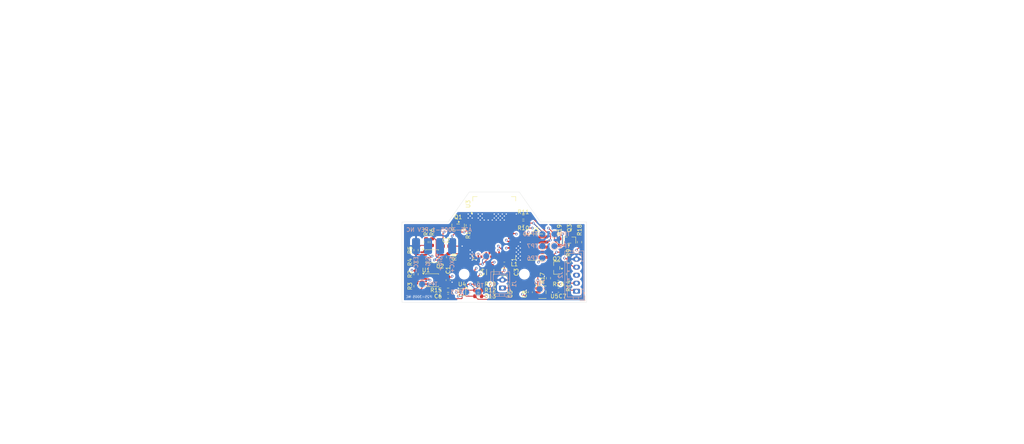
<source format=kicad_pcb>
(kicad_pcb
	(version 20241229)
	(generator "pcbnew")
	(generator_version "9.0")
	(general
		(thickness 1.6472)
		(legacy_teardrops no)
	)
	(paper "A4")
	(title_block
		(rev "${REVISION}")
		(company "${COMPANY}")
	)
	(layers
		(0 "F.Cu" signal)
		(4 "In1.Cu" signal)
		(6 "In2.Cu" power)
		(2 "B.Cu" power)
		(9 "F.Adhes" user "F.Adhesive")
		(11 "B.Adhes" user "B.Adhesive")
		(13 "F.Paste" user)
		(15 "B.Paste" user)
		(5 "F.SilkS" user "F.Silkscreen")
		(7 "B.SilkS" user "B.Silkscreen")
		(1 "F.Mask" user)
		(3 "B.Mask" user)
		(17 "Dwgs.User" user "Dwg.TitlePage")
		(19 "Cmts.User" user "User.Comments")
		(21 "Eco1.User" user "F.DNP")
		(23 "Eco2.User" user "B.DNP")
		(25 "Edge.Cuts" user)
		(27 "Margin" user)
		(31 "F.CrtYd" user "F.Courtyard")
		(29 "B.CrtYd" user "B.Courtyard")
		(35 "F.Fab" user)
		(33 "B.Fab" user)
		(39 "User.1" user "Dwg.DrillMap")
		(41 "User.2" front "F.TestPoint")
		(43 "User.3" back "B.TestPoint")
		(45 "User.4" front "F.AssemblyText")
		(47 "User.5" back "B.AssemblyText")
		(49 "User.6" front "F.Dimensions")
		(51 "User.7" back "B.Dimensions")
		(53 "User.8" front "F.TestPointList")
		(55 "User.9" back "B.TestPointList")
	)
	(setup
		(stackup
			(layer "F.SilkS"
				(type "Top Silk Screen")
				(color "White")
			)
			(layer "F.Paste"
				(type "Top Solder Paste")
			)
			(layer "F.Mask"
				(type "Top Solder Mask")
				(color "Green")
				(thickness 0.0305)
			)
			(layer "F.Cu"
				(type "copper")
				(thickness 0.035)
			)
			(layer "dielectric 1"
				(type "prepreg")
				(color "FR4 natural")
				(thickness 0.2104)
				(material "FR4")
				(epsilon_r 4.4)
				(loss_tangent 0.02)
			)
			(layer "In1.Cu"
				(type "copper")
				(thickness 0.0152)
			)
			(layer "dielectric 2"
				(type "core")
				(color "FR4 natural")
				(thickness 1.065)
				(material "FR4")
				(epsilon_r 4.6)
				(loss_tangent 0.02)
			)
			(layer "In2.Cu"
				(type "copper")
				(thickness 0.0152)
			)
			(layer "dielectric 3"
				(type "prepreg")
				(color "FR4 natural")
				(thickness 0.2104)
				(material "FR4")
				(epsilon_r 4.4)
				(loss_tangent 0.02)
			)
			(layer "B.Cu"
				(type "copper")
				(thickness 0.035)
			)
			(layer "B.Mask"
				(type "Bottom Solder Mask")
				(color "Green")
				(thickness 0.0305)
			)
			(layer "B.Paste"
				(type "Bottom Solder Paste")
			)
			(layer "B.SilkS"
				(type "Bottom Silk Screen")
				(color "White")
			)
			(copper_finish "HAL SnPb")
			(dielectric_constraints no)
		)
		(pad_to_mask_clearance 0)
		(allow_soldermask_bridges_in_footprints no)
		(tenting front back)
		(aux_axis_origin 125 100)
		(pcbplotparams
			(layerselection 0x00000000_00000000_55555555_5755f5ff)
			(plot_on_all_layers_selection 0x00000000_00000000_00000000_00000000)
			(disableapertmacros no)
			(usegerberextensions no)
			(usegerberattributes yes)
			(usegerberadvancedattributes yes)
			(creategerberjobfile yes)
			(dashed_line_dash_ratio 12.000000)
			(dashed_line_gap_ratio 3.000000)
			(svgprecision 4)
			(plotframeref no)
			(mode 1)
			(useauxorigin no)
			(hpglpennumber 1)
			(hpglpenspeed 20)
			(hpglpendiameter 15.000000)
			(pdf_front_fp_property_popups yes)
			(pdf_back_fp_property_popups yes)
			(pdf_metadata yes)
			(pdf_single_document no)
			(dxfpolygonmode yes)
			(dxfimperialunits yes)
			(dxfusepcbnewfont yes)
			(psnegative no)
			(psa4output no)
			(plot_black_and_white yes)
			(sketchpadsonfab no)
			(plotpadnumbers no)
			(hidednponfab no)
			(sketchdnponfab yes)
			(crossoutdnponfab yes)
			(subtractmaskfromsilk no)
			(outputformat 1)
			(mirror no)
			(drillshape 1)
			(scaleselection 1)
			(outputdirectory "")
		)
	)
	(property "ASSEMBLY_NAME" "Assembly Name")
	(property "ASSEMBLY_NOTES" "")
	(property "ASSEMBLY_NUMBER" "A99-9000")
	(property "ASSEMBLY_SCALE" "1")
	(property "COMPANY" "Asymworks, LLC")
	(property "DESIGNER" "JPK")
	(property "DWG_NUMBER_PCB" "P99-9000")
	(property "DWG_NUMBER_SCH" "S99-9000")
	(property "DWG_TITLE_ASSY" "PCB Assembly, Assembly Name")
	(property "DWG_TITLE_PCB" "PCB, Assembly Name")
	(property "DWG_TITLE_SCH" "Schematic, Assembly Name")
	(property "FABRICATION_NOTES" "FABRICATION NOTES (UNLESS OTHERWISE SPECIFIED)\n\n1)	FABRICATE PER IPC-6012A CLASS 2.\n\n2)	OUTLINE DEFINED IN SEPARATE GERBER FILE WITH\n	\"Edge_Cuts.GBR\" SUFFIX.\n\n3)	SEE SEPARATE DRILL FILES WITH \".DRL\" SUFFIX \n	FOR HOLE LOCATIONS.\n\n	SELECTED HOLE LOCATIONS SHOWN ON THIS DRAWING \n	FOR REFERENCE ONLY.\n\n4)	SURFACE FINISH: HAL SNPB\n\n5)	SOLDERMASK ON BOTH SIDES OF THE BOARD SHALL \n	BE LPI, COLOR GREEN.\n\n6)	SILK SCREEN LEGEND TO BE APPLIED PER LAYER \n	STACKUP USING WHITE NON-CONDUCTIVE EPOXY INK.\n\n7)	ALL VIAS ARE TENTED ON BOTH SIDES UNLESS \n	SOLDERMASK OPENED IN GERBER.\n\n8)	RESERVED\n\n9)	PCB MATERIAL REQUIREMENTS:\n\n	A.	FLAMMABILITY RATING MUST MEET OR EXCEED \n		UL94V-0 REQUIREMENTS.\n	B.	Tg 135 C OR EQUIVALENT.\n\n10)	DESIGN GEOMETRY MINIMUM FEATURE SIZES:\n\n	BOARD SIZE				46.000 × 27.500 mm\n	BOARD THICKNESS		1.647 mm\n	TRACE WIDTH			0.100 mm\n	TRACE TO TRACE		0.200 mm\n	MIN. HOLE (PTH)			0.300 mm\n	MIN. HOLE (NPTH)		2.200 mm\n	ANNULAR RING			0.150 mm\n	COPPER TO HOLE		0.250 mm\n	COPPER TO EDGE		0.500 mm\n	HOLE TO HOLE			0.250 mm")
	(property "GIT_HASH" "b10df21")
	(property "GIT_HASH_PCB" "84292df")
	(property "GIT_HASH_SCH" "1961f87")
	(property "GIT_URL" "/jkrauss/Test_4")
	(property "PROJECT_CODE" "P99")
	(property "RELEASE_DATE" "2026-03-04")
	(property "RELEASE_STATE" "WORKING")
	(property "REVISION" "NO_TAG+ (Unreleased)")
	(property "SCALE" "2:1")
	(property "SHEET_NAME_01" "Cover Page")
	(property "SHEET_NAME_02" "Block Diagram")
	(property "SHEET_NAME_03" "Project Architecture")
	(property "SHEET_NAME_04" "Load Cell Amp")
	(property "SHEET_NAME_05" "BLE Controller")
	(property "SHEET_NAME_06" "Power and Interface")
	(property "SHEET_NAME_07" "Parts List")
	(property "SHEET_NAME_08" "......................................")
	(property "SHEET_NAME_09" "......................................")
	(property "SHEET_NAME_10" "......................................")
	(property "SHEET_NAME_11" "......................................")
	(property "SHEET_NAME_12" "......................................")
	(property "SHEET_NAME_13" "......................................")
	(property "SHEET_NAME_14" "......................................")
	(property "SHEET_NAME_15" "......................................")
	(property "SHEET_NAME_16" "......................................")
	(property "SHEET_NAME_17" "......................................")
	(property "SHEET_NAME_18" "......................................")
	(property "SHEET_NAME_19" "......................................")
	(property "SHEET_NAME_20" "......................................")
	(property "STATE" "TEMPLATE")
	(property "VARIANT" "")
	(net 0 "")
	(net 1 "GND")
	(net 2 "+3.3V")
	(net 3 "VDD")
	(net 4 "Net-(J1-Pin_1)")
	(net 5 "Net-(U4-VDD)")
	(net 6 "VBUS")
	(net 7 "/Project Architecture/Power and Interface/CHARGE_LED_IO")
	(net 8 "/Project Architecture/Power and Interface/PAIR_LED_IO")
	(net 9 "/Project Architecture/BLE Controller/~{PAIR_SW}")
	(net 10 "/Project Architecture/Power and Interface/SWDIO")
	(net 11 "unconnected-(J3-SWO{slash}TDO-Pad6)")
	(net 12 "/Project Architecture/Power and Interface/SWDCLK")
	(net 13 "/Project Architecture/Power and Interface/~{RESET}")
	(net 14 "unconnected-(J3-NC{slash}TDI-Pad8)")
	(net 15 "unconnected-(J3-KEY-Pad7)")
	(net 16 "Net-(U3-DCCH)")
	(net 17 "/Project Architecture/BLE Controller/~{LOAD_CELL_EN}")
	(net 18 "/Project Architecture/Load Cell Amp/EXC+")
	(net 19 "Net-(Q2-S)")
	(net 20 "/Project Architecture/Power and Interface/STAT")
	(net 21 "Net-(Q3-S)")
	(net 22 "/Project Architecture/BLE Controller/~{PAIR_LED}")
	(net 23 "Net-(U1A-+)")
	(net 24 "Net-(U1A--)")
	(net 25 "Net-(U2A--)")
	(net 26 "Net-(R5-Pad1)")
	(net 27 "Net-(U2B--)")
	(net 28 "/Project Architecture/BLE Controller/LOAD_CELL")
	(net 29 "Net-(U3-SWDIO)")
	(net 30 "Net-(U3-SWDCLK)")
	(net 31 "/Project Architecture/BLE Controller/SDA")
	(net 32 "/Project Architecture/BLE Controller/SCL")
	(net 33 "Net-(U4-BIN)")
	(net 34 "Net-(U5-PROG)")
	(net 35 "/Project Architecture/BLE Controller/~{BATT_INT}")
	(net 36 "Net-(U1B--)")
	(net 37 "/Project Architecture/Load Cell Amp/SIG-")
	(net 38 "/Project Architecture/Load Cell Amp/SIG+")
	(net 39 "unconnected-(U3-P0.01-Pad18)")
	(net 40 "unconnected-(U3-D--Pad34)")
	(net 41 "unconnected-(U3-P0.08-Pad24)")
	(net 42 "unconnected-(U3-P1.15-Pad8)")
	(net 43 "unconnected-(U3-P0.10-Pad54)")
	(net 44 "unconnected-(U3-P0.28-Pad13)")
	(net 45 "unconnected-(U3-P0.16-Pad38)")
	(net 46 "unconnected-(U3-P1.00-Pad47)")
	(net 47 "unconnected-(U3-P1.03-Pad60)")
	(net 48 "unconnected-(U3-P1.06-Pad57)")
	(net 49 "unconnected-(U3-P0.23-Pad45)")
	(net 50 "unconnected-(U3-P0.02-Pad11)")
	(net 51 "unconnected-(U3-P0.26-Pad19)")
	(net 52 "unconnected-(U3-P1.12-Pad5)")
	(net 53 "unconnected-(U3-P0.17-Pad41)")
	(net 54 "unconnected-(U3-P1.09-Pad26)")
	(net 55 "unconnected-(U3-P0.13-Pad37)")
	(net 56 "unconnected-(U3-P0.00-Pad17)")
	(net 57 "unconnected-(U3-P1.10-Pad3)")
	(net 58 "unconnected-(U3-P0.06-Pad22)")
	(net 59 "unconnected-(U3-P0.15-Pad39)")
	(net 60 "unconnected-(U3-P0.05-Pad21)")
	(net 61 "unconnected-(U3-P0.22-Pad46)")
	(net 62 "unconnected-(U3-P1.07-Pad58)")
	(net 63 "unconnected-(U3-P1.04-Pad56)")
	(net 64 "unconnected-(U3-D+-Pad35)")
	(net 65 "unconnected-(U3-P0.19-Pad42)")
	(net 66 "unconnected-(U3-VBUS-Pad32)")
	(net 67 "unconnected-(U3-P1.08-Pad25)")
	(net 68 "unconnected-(U3-P0.07-Pad23)")
	(net 69 "unconnected-(U3-P1.05-Pad59)")
	(net 70 "unconnected-(U3-P0.09-Pad52)")
	(net 71 "unconnected-(U3-P1.13-Pad6)")
	(net 72 "unconnected-(U3-P0.29-Pad10)")
	(net 73 "unconnected-(U3-P1.14-Pad7)")
	(net 74 "unconnected-(U3-P0.21-Pad43)")
	(net 75 "unconnected-(U3-P0.25-Pad49)")
	(net 76 "unconnected-(U3-P0.24-Pad48)")
	(net 77 "unconnected-(U3-P0.03-Pad9)")
	(net 78 "unconnected-(U3-P0.31-Pad12)")
	(net 79 "unconnected-(U3-P0.30-Pad14)")
	(net 80 "unconnected-(U3-P1.01-Pad61)")
	(footprint "Capacitor_SMD:C_0603_1608Metric" (layer "F.Cu") (at 136 86))
	(footprint "Resistor_SMD:R_0603_1608Metric" (layer "F.Cu") (at 166.5 90 -90))
	(footprint "Resistor_SMD:R_0603_1608Metric" (layer "F.Cu") (at 155.25 78.75 180))
	(footprint "Resistor_SMD:R_0603_1608Metric" (layer "F.Cu") (at 132.5 85 -90))
	(footprint "Resistor_SMD:R_0603_1608Metric" (layer "F.Cu") (at 144 98.5 180))
	(footprint "Resistor_SMD:R_0603_1608Metric" (layer "F.Cu") (at 169.25 85 -90))
	(footprint "Resistor_SMD:R_0603_1608Metric" (layer "F.Cu") (at 128.5 87 -90))
	(footprint "Capacitor_SMD:C_0603_1608Metric" (layer "F.Cu") (at 157 97.5 90))
	(footprint "MountingHole:MountingHole_2.2mm_M2_ISO7380" (layer "F.Cu") (at 140.5 93))
	(footprint "Package_BGA:Texas_DSBGA-9_1.62x1.58mm_Layout3x3_P0.5mm" (layer "F.Cu") (at 140 97.5 -90))
	(footprint "Resistor_SMD:R_0603_1608Metric" (layer "F.Cu") (at 128.5 93 90))
	(footprint "Resistor_SMD:R_0603_1608Metric" (layer "F.Cu") (at 164.25 85 -90))
	(footprint "RF_Module:Raytac_MDBT50Q" (layer "F.Cu") (at 148 81.5))
	(footprint "Resistor_SMD:R_0603_1608Metric" (layer "F.Cu") (at 161.5 94 90))
	(footprint "Resistor_SMD:R_0603_1608Metric" (layer "F.Cu") (at 128.5 96 90))
	(footprint "Resistor_SMD:R_0603_1608Metric" (layer "F.Cu") (at 144 95.5 180))
	(footprint "Package_TO_SOT_SMD:SOT-23-5" (layer "F.Cu") (at 160 97.5))
	(footprint "Resistor_SMD:R_0603_1608Metric" (layer "F.Cu") (at 144 97 180))
	(footprint "Capacitor_SMD:C_0603_1608Metric" (layer "F.Cu") (at 152 95.5 90))
	(footprint "Inductor_SMD:L_0603_1608Metric" (layer "F.Cu") (at 150.5 90.5))
	(footprint "Capacitor_SMD:C_1206_3216Metric" (layer "F.Cu") (at 147 92.5 -90))
	(footprint "MountingHole:MountingHole_2.2mm_M2_ISO7380" (layer "F.Cu") (at 155.5 93))
	(footprint "Resistor_SMD:R_0603_1608Metric" (layer "F.Cu") (at 136.6125 88.725 -90))
	(footprint "Package_TO_SOT_SMD:SOT-23" (layer "F.Cu") (at 163.5625 91.45 180))
	(footprint "Capacitor_SMD:C_0603_1608Metric" (layer "F.Cu") (at 136.5 98.5 180))
	(footprint "Capacitor_SMD:C_1206_3216Metric" (layer "F.Cu") (at 150.5 92.5))
	(footprint "Package_TO_SOT_SMD:SOT-23" (layer "F.Cu") (at 139 81.25 -90))
	(footprint "Package_TO_SOT_SMD:SOT-23" (layer "F.Cu") (at 166.75 84.5 90))
	(footprint "Package_SO:MSOP-8_3x3mm_P0.65mm" (layer "F.Cu") (at 132.5 88.5))
	(footprint "Resistor_SMD:R_0603_1608Metric" (layer "F.Cu") (at 166.5 93 -90))
	(footprint "Capacitor_SMD:C_0603_1608Metric" (layer "F.Cu") (at 164 97 180))
	(footprint "Connector_PinHeader_1.27mm:PinHeader_2x05_P1.27mm_Vertical_SMD" (layer "F.Cu") (at 158.25 86.25))
	(footprint "Capacitor_SMD:C_0603_1608Metric" (layer "F.Cu") (at 136.5 94.5 -90))
	(footprint "Resistor_SMD:R_0603_1608Metric" (layer "F.Cu") (at 128.5 90 -90))
	(footprint "Resistor_SMD:R_0603_1608Metric" (layer "F.Cu") (at 141.5 80.825 90))
	(footprint "Resistor_SMD:R_0603_1608Metric" (layer "F.Cu") (at 164 94))
	(footprint "Resistor_SMD:R_0603_1608Metric"
		(layer "F.Cu")
		(uuid "f6bb0c6b-59de-43b0-a815-5c52eac18117")
		(at 131 85 -90)
		(descr "Resistor SMD 0603 (1608 Metric), square (rectangular) end terminal, IPC-7351 nominal, (Body size source: IPC-SM-782 page 72, https://www.pcb-3d.com/wordpress/wp-content/uploads/ipc-sm-782a_amendment_1_and_2.pdf), generated with kicad-footprint-generator")
		(tags "resistor")
		(property "Reference" "R7"
			(at -2.5 0 90)
			(layer "F.SilkS")
			(uuid "d13ebb5d-e1e9-4859-b40e-586f56a66b47")
			(effects
				(font
					(size 1 1)
					(thickness 0.15)
				)
			)
		)
		(property "Value" "51k"
			(at 0 1.43 90)
			(layer "F.Fab")
			(hide yes)
			(uuid "47335070-52e4-464a-8057-916c5915b133")
			(effects
				(font
					(size 1 1)
					(thickness 0.15)
				)
			)
		)
		(property "Datasheet" "https://www.royalohm.com/assets/pdf/products/smd/1.pdf"
			(at 0 0 90)
			(layer "F.Fab")
			(hide yes)
			(uuid "de658f9c-6a20-4ea2-9e47-c6b3ac59661d")
			(effects
				(font
					(size 1.27 1.27)
					(thickness 0.15)
				)
			)
		)
		(property "Description" "Resistor, US symbol"
			(at 0 0 90)
			(layer "F.Fab")
			(hide yes)
			(uuid "fb493402-d8aa-4692-882e-3580524d635a")
			(effects
				(font
					(size 1.27 1.27)
					(thickness 0.15)
				)
			)
		)
		(property "Manufacturer" "Uni-Royal"
			(at 0 0 270)
			(unlocked yes)
			(layer "F.Fab")
			(hide yes)
			(uuid "46b597f5-e60f-4a13-b471-4efe49fd098d")
			(effects
				(font
					(size 1 1)
					(thickness 0.15)
				)
			)
		)
		(property "Manufacturer PN" "0603WAF5102T5E"
			(at 0 0 270)
			(unlocked yes)
			(layer "F.Fab")
			(hide yes)
			(uuid "011aea9e-2e76-4f07-bf83-422b6a55a55e")
			(effects
				(font
					(size 1 1)
					(thickness 0.15)
				)
			)
		)
		(property "LCSC" "C23196"
			(at 0 0 270)
			(unlocked yes)
			(layer "F.Fab")
			(hide yes)
			(uuid "637cd45e-97f0-4b1a-afcd-140f2702925f")
			(effects
				(font
					(size 1 1)
					(thickness 0.15)
				)
			)
		)
		(property ki_fp_filters "R_*")
		(path "/f6afef58-d841-4ad6-baf9-746b0a35f011/a5aa3c11-5084-4ea5-9da5-c9ff4a86f01f/9aa9887d-8762-4334-9cd6-b0b1bb251699")
		(sheetname "/Project Architecture/Load Cell Amp/")
		(sheetfile "Load_Cell_Amp.kicad_sch")
		(attr smd)
		(fp_line
			(start -0.237258 0.5225)
			(end 0.237258 0.5225)
			(stroke
				(width 0.12)
				(type solid)
			)
			(layer "F.SilkS")
			(uuid "93137051-2d98-4603-b869-6677f048625c")
		)
		(fp_line
			(start -0.237258 -0.5225)
			(end 0.237258 -0.5225)
			(stroke
				(width 0
... [1098035 chars truncated]
</source>
